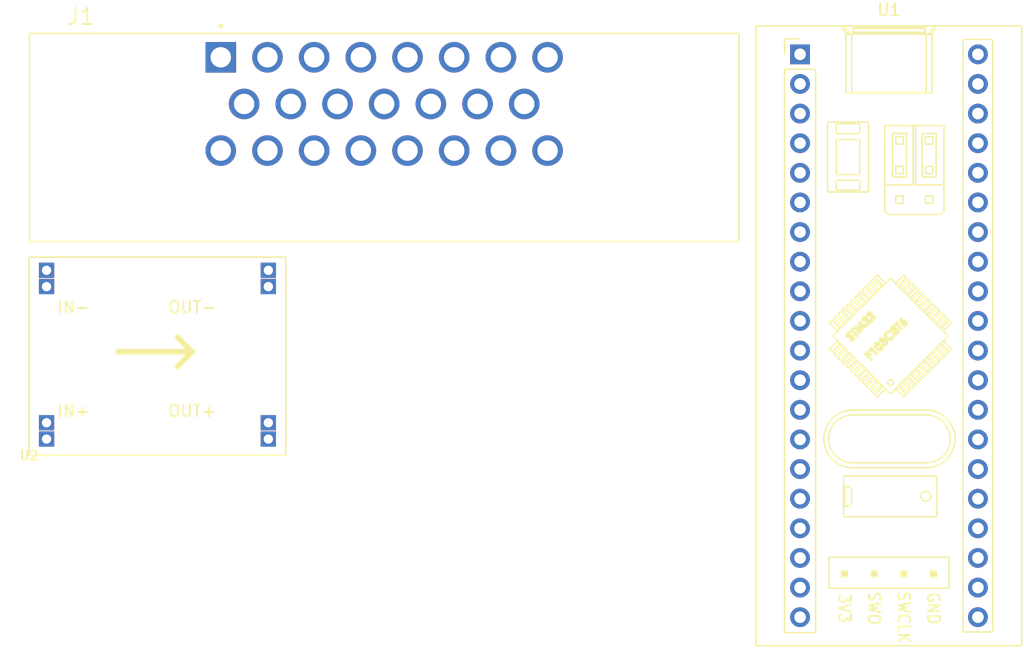
<source format=kicad_pcb>
(kicad_pcb (version 20211014) (generator pcbnew)
  (layers (0 "F.Cu" signal) (31 "B.Cu" signal) (34 "B.Paste" user) (35 "F.Paste" user) (36 "B.SilkS" user "B.Silkscreen") (37 "F.SilkS" user "F.Silkscreen") (38 "B.Mask" user) (39 "F.Mask" user) (44 "Edge.Cuts" user))
  (net 0 "")
  (net 64 "Net-(U2-PadIN1)")
  (footprint "Ampseal 23:TE_1-776087-1" (layer "F.Cu") (at 96.52 73.66)
    (fp_text reference "J1" (at -11.972125 -3.494005) (layer "F.SilkS") (effects (font (size 1.402008 1.402008))))
    (fp_text value "1-776087-1")
    (pad "" np_thru_hole circle locked (at 34.5 4.5) (size 2.85 2.85) (drill 2.85) (layers *.Cu *.Mask))
    (pad "" np_thru_hole circle locked (at -6.5 4.5) (size 2.85 2.85) (drill 2.85) (layers *.Cu *.Mask))
    (pad "1" thru_hole rect locked (at 0 0) (size 2.625 2.625) (drill 1.75) (layers *.Cu *.Mask))
    (pad "2" thru_hole circle locked (at 4 0) (size 2.625 2.625) (drill 1.75) (layers *.Cu *.Mask))
    (pad "3" thru_hole circle locked (at 8 0) (size 2.625 2.625) (drill 1.75) (layers *.Cu *.Mask))
    (pad "4" thru_hole circle locked (at 12 0) (size 2.625 2.625) (drill 1.75) (layers *.Cu *.Mask))
    (pad "5" thru_hole circle locked (at 16 0) (size 2.625 2.625) (drill 1.75) (layers *.Cu *.Mask))
    (pad "6" thru_hole circle locked (at 20 0) (size 2.625 2.625) (drill 1.75) (layers *.Cu *.Mask))
    (pad "7" thru_hole circle locked (at 24 0) (size 2.625 2.625) (drill 1.75) (layers *.Cu *.Mask))
    (pad "8" thru_hole circle locked (at 28 0) (size 2.625 2.625) (drill 1.75) (layers *.Cu *.Mask))
    (pad "9" thru_hole circle locked (at 2 4) (size 2.625 2.625) (drill 1.75) (layers *.Cu *.Mask))
    (pad "10" thru_hole circle locked (at 6 4) (size 2.625 2.625) (drill 1.75) (layers *.Cu *.Mask))
    (pad "11" thru_hole circle locked (at 10 4) (size 2.625 2.625) (drill 1.75) (layers *.Cu *.Mask))
    (pad "12" thru_hole circle locked (at 14 4) (size 2.625 2.625) (drill 1.75) (layers *.Cu *.Mask))
    (pad "13" thru_hole circle locked (at 18 4) (size 2.625 2.625) (drill 1.75) (layers *.Cu *.Mask))
    (pad "14" thru_hole circle locked (at 22 4) (size 2.625 2.625) (drill 1.75) (layers *.Cu *.Mask))
    (pad "15" thru_hole circle locked (at 26 4) (size 2.625 2.625) (drill 1.75) (layers *.Cu *.Mask))
    (pad "16" thru_hole circle locked (at 0 8) (size 2.625 2.625) (drill 1.75) (layers *.Cu *.Mask))
    (pad "17" thru_hole circle locked (at 4 8) (size 2.625 2.625) (drill 1.75) (layers *.Cu *.Mask))
    (pad "18" thru_hole circle locked (at 8 8) (size 2.625 2.625) (drill 1.75) (layers *.Cu *.Mask))
    (pad "19" thru_hole circle locked (at 12 8) (size 2.625 2.625) (drill 1.75) (layers *.Cu *.Mask))
    (pad "20" thru_hole circle locked (at 16 8) (size 2.625 2.625) (drill 1.75) (layers *.Cu *.Mask))
    (pad "21" thru_hole circle locked (at 20 8) (size 2.625 2.625) (drill 1.75) (layers *.Cu *.Mask))
    (pad "22" thru_hole circle locked (at 24 8) (size 2.625 2.625) (drill 1.75) (layers *.Cu *.Mask))
    (pad "23" thru_hole circle locked (at 28 8) (size 2.625 2.625) (drill 1.75) (layers *.Cu *.Mask))
  )
  (footprint "STM32 Blue Pill:YAAJ_BluePill_1" (layer "F.Cu") (at 146.15 73.405)
    (fp_text reference "U1" (at 7.62 -3.81) (layer "F.SilkS"))
    (fp_text value "YAAJ_BluePill" hide)
    (fp_text user "SWCLK" (at 8.89 48.26 270 unlocked) (layer "F.SilkS") (effects (font (size 1 0.9))))
    (fp_text user "SWO" (at 6.35 47.498 270 unlocked) (layer "F.SilkS") (effects (font (size 1 0.9))))
    (fp_text user "GND" (at 11.43 47.498 270 unlocked) (layer "F.SilkS") (effects (font (size 1 0.9))))
    (fp_text user "3V3" (at 3.81 47.498 270 unlocked) (layer "F.SilkS") (effects (font (size 1 0.9))))
    (pad "1" thru_hole rect locked (at 0 0) (size 1.7 1.7) (drill 1) (layers *.Cu *.Mask))
    (pad "2" thru_hole circle locked (at 0 2.54) (size 1.7 1.7) (drill 1) (layers *.Cu *.Mask))
    (pad "3" thru_hole circle locked (at 0 5.08) (size 1.7 1.7) (drill 1) (layers *.Cu *.Mask))
    (pad "4" thru_hole circle locked (at 0 7.62) (size 1.7 1.7) (drill 1) (layers *.Cu *.Mask))
    (pad "5" thru_hole circle locked (at 0 10.16) (size 1.7 1.7) (drill 1) (layers *.Cu *.Mask))
    (pad "6" thru_hole circle locked (at 0 12.7) (size 1.7 1.7) (drill 1) (layers *.Cu *.Mask))
    (pad "7" thru_hole circle locked (at 0 15.24) (size 1.7 1.7) (drill 1) (layers *.Cu *.Mask))
    (pad "8" thru_hole circle locked (at 0 17.78) (size 1.7 1.7) (drill 1) (layers *.Cu *.Mask))
    (pad "9" thru_hole circle locked (at 0 20.32) (size 1.7 1.7) (drill 1) (layers *.Cu *.Mask))
    (pad "10" thru_hole circle locked (at 0 22.86) (size 1.7 1.7) (drill 1) (layers *.Cu *.Mask))
    (pad "11" thru_hole circle locked (at 0 25.4) (size 1.7 1.7) (drill 1) (layers *.Cu *.Mask))
    (pad "12" thru_hole circle locked (at 0 27.94) (size 1.7 1.7) (drill 1) (layers *.Cu *.Mask))
    (pad "13" thru_hole circle locked (at 0 30.48) (size 1.7 1.7) (drill 1) (layers *.Cu *.Mask))
    (pad "14" thru_hole circle locked (at 0 33.02) (size 1.7 1.7) (drill 1) (layers *.Cu *.Mask))
    (pad "15" thru_hole circle locked (at 0 35.56) (size 1.7 1.7) (drill 1) (layers *.Cu *.Mask))
    (pad "16" thru_hole circle locked (at 0 38.1) (size 1.7 1.7) (drill 1) (layers *.Cu *.Mask))
    (pad "17" thru_hole circle locked (at 0 40.64) (size 1.7 1.7) (drill 1) (layers *.Cu *.Mask))
    (pad "18" thru_hole circle locked (at 0 43.18) (size 1.7 1.7) (drill 1) (layers *.Cu *.Mask))
    (pad "19" thru_hole circle locked (at 0 45.72) (size 1.7 1.7) (drill 1) (layers *.Cu *.Mask))
    (pad "20" thru_hole circle locked (at 0 48.26) (size 1.7 1.7) (drill 1) (layers *.Cu *.Mask))
    (pad "21" thru_hole circle locked (at 15.24 48.26) (size 1.7 1.7) (drill 1) (layers *.Cu *.Mask))
    (pad "22" thru_hole circle locked (at 15.24 45.72) (size 1.7 1.7) (drill 1) (layers *.Cu *.Mask))
    (pad "23" thru_hole circle locked (at 15.24 43.18) (size 1.7 1.7) (drill 1) (layers *.Cu *.Mask))
    (pad "24" thru_hole circle locked (at 15.24 40.64) (size 1.7 1.7) (drill 1) (layers *.Cu *.Mask))
    (pad "25" thru_hole circle locked (at 15.24 38.1) (size 1.7 1.7) (drill 1) (layers *.Cu *.Mask))
    (pad "26" thru_hole circle locked (at 15.24 35.56) (size 1.7 1.7) (drill 1) (layers *.Cu *.Mask))
    (pad "27" thru_hole circle locked (at 15.24 33.02) (size 1.7 1.7) (drill 1) (layers *.Cu *.Mask))
    (pad "28" thru_hole circle locked (at 15.24 30.48) (size 1.7 1.7) (drill 1) (layers *.Cu *.Mask))
    (pad "29" thru_hole circle locked (at 15.24 27.94) (size 1.7 1.7) (drill 1) (layers *.Cu *.Mask))
    (pad "30" thru_hole circle locked (at 15.24 25.4) (size 1.7 1.7) (drill 1) (layers *.Cu *.Mask))
    (pad "31" thru_hole circle locked (at 15.24 22.86) (size 1.7 1.7) (drill 1) (layers *.Cu *.Mask))
    (pad "32" thru_hole circle locked (at 15.24 20.32) (size 1.7 1.7) (drill 1) (layers *.Cu *.Mask))
    (pad "33" thru_hole circle locked (at 15.24 17.78) (size 1.7 1.7) (drill 1) (layers *.Cu *.Mask))
    (pad "34" thru_hole circle locked (at 15.24 15.24) (size 1.7 1.7) (drill 1) (layers *.Cu *.Mask))
    (pad "35" thru_hole circle locked (at 15.24 12.7) (size 1.7 1.7) (drill 1) (layers *.Cu *.Mask))
    (pad "36" thru_hole circle locked (at 15.24 10.16) (size 1.7 1.7) (drill 1) (layers *.Cu *.Mask))
    (pad "37" thru_hole circle locked (at 15.24 7.62) (size 1.7 1.7) (drill 1) (layers *.Cu *.Mask))
    (pad "38" thru_hole circle locked (at 15.24 5.08) (size 1.7 1.7) (drill 1) (layers *.Cu *.Mask))
    (pad "39" thru_hole circle locked (at 15.24 2.54) (size 1.7 1.7) (drill 1) (layers *.Cu *.Mask))
    (pad "40" thru_hole circle locked (at 15.24 0) (size 1.7 1.7) (drill 1) (layers *.Cu *.Mask))
  )
  (footprint "MP1584:DC-BRICK" (layer "F.Cu") (at 80.095 107.7935)
    (fp_text reference "U2" (at 0 0) (layer "F.SilkS") (effects (font (size 0.787402 0.787402))))
    (fp_text value "MP1584")
    (fp_text user "IN-" (at 3.81 -12.7) (layer "F.SilkS"))
    (fp_text user "OUT-" (at 13.97 -12.7) (layer "F.SilkS"))
    (fp_text user "OUT+" (at 13.97 -3.81) (layer "F.SilkS"))
    (fp_text user "IN+" (at 3.81 -3.81) (layer "F.SilkS"))
    (pad "IN1+" thru_hole rect locked (at 1.5 -1.4) (size 1.308 1.308) (drill 0.8) (layers *.Cu *.Mask) (net 64 "Net-(U2-PadIN1)"))
    (pad "IN1-" thru_hole rect locked (at 1.5 -14.47) (size 1.308 1.308) (drill 0.8) (layers *.Cu *.Mask))
    (pad "IN2+" thru_hole rect locked (at 1.5 -2.8) (size 1.308 1.308) (drill 0.8) (layers *.Cu *.Mask) (net 64 "Net-(U2-PadIN1)"))
    (pad "IN2-" thru_hole rect locked (at 1.5 -15.87) (size 1.308 1.308) (drill 0.8) (layers *.Cu *.Mask))
    (pad "OUT1+" thru_hole rect locked (at 20.5 -1.4) (size 1.308 1.308) (drill 0.8) (layers *.Cu *.Mask) (net 64 "Net-(U2-PadIN1)"))
    (pad "OUT1-" thru_hole rect locked (at 20.5 -14.47) (size 1.308 1.308) (drill 0.8) (layers *.Cu *.Mask))
    (pad "OUT2+" thru_hole rect locked (at 20.5 -2.8) (size 1.308 1.308) (drill 0.8) (layers *.Cu *.Mask) (net 64 "Net-(U2-PadIN1)"))
    (pad "OUT2-" thru_hole rect locked (at 20.5 -15.87) (size 1.308 1.308) (drill 0.8) (layers *.Cu *.Mask))
  )
)
</source>
